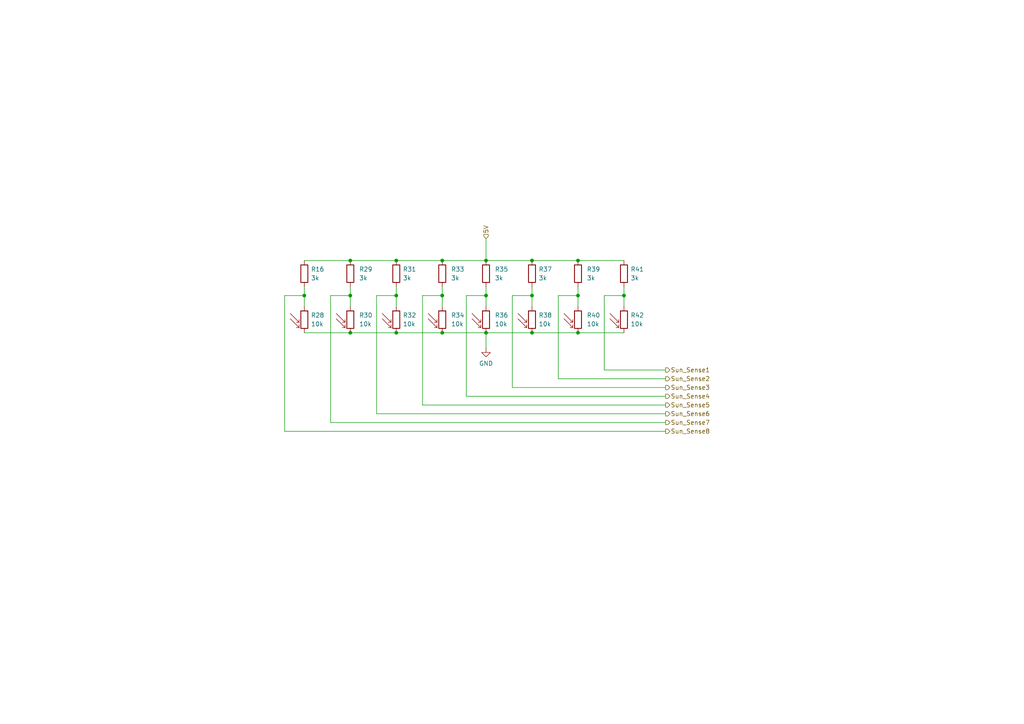
<source format=kicad_sch>
(kicad_sch (version 20230121) (generator eeschema)
  (paper "A4")
  (lib_symbols
    (symbol "Device:R" (pin_numbers hide) (pin_names (offset 0))
      (property "Reference" "R" (at 2.032 0 90))
      (property "Value" "R" (at 0 0 90))
      (symbol "R_0_1"
        (rectangle (start -1.016 -2.54) (end 1.016 2.54) (stroke (width 0.254)))
      )
      (symbol "R_1_1"
        (pin passive line (at 0 3.81 270) (length 1.27) (name "~") (number "1"))
        (pin passive line (at 0 -3.81 90) (length 1.27) (name "~") (number "2"))
      )
    )
    (symbol "Device:R_Photo" (pin_numbers hide) (pin_names (offset 0))
      (property "Reference" "R" (at 1.27 1.27 0))
      (property "Value" "R_Photo" (at 1.27 0 0))
      (symbol "R_Photo_0_1"
        (rectangle (start -1.016 2.54) (end 1.016 -2.54) (stroke (width 0.254)))
        (polyline (pts (xy -1.524 -2.286) (xy -4.064 0.254)))
        (polyline (pts (xy -1.524 -2.286) (xy -2.286 -2.286)))
        (polyline (pts (xy -1.524 -2.286) (xy -1.524 -1.524)))
        (polyline (pts (xy -1.524 -0.762) (xy -4.064 1.778)))
        (polyline (pts (xy -1.524 -0.762) (xy -2.286 -0.762)))
        (polyline (pts (xy -1.524 -0.762) (xy -1.524 0)))
      )
      (symbol "R_Photo_1_1"
        (pin passive line (at 0 3.81 270) (length 1.27) (name "~") (number "1"))
        (pin passive line (at 0 -3.81 90) (length 1.27) (name "~") (number "2"))
      )
    )
    (symbol "power:GND" (power) (pin_names (offset 0))
      (property "Value" "GND" (at 0 -3.81 0))
      (symbol "GND_0_1"
        (polyline (pts (xy 0 0) (xy 0 -1.27) (xy 1.27 -1.27) (xy 0 -2.54) (xy -1.27 -1.27) (xy 0 -1.27)))
      )
      (symbol "GND_1_1"
        (pin power_in line (at 0 0 270) (length 0) hide (name "GND") (number "1"))
      )
    )
  )
  (junction (at 167.64 96.52))
  (junction (at 140.97 96.52))
  (junction (at 114.935 85.725))
  (junction (at 167.64 85.725))
  (junction (at 154.305 96.52))
  (junction (at 180.975 85.725))
  (junction (at 128.27 96.52))
  (junction (at 140.97 75.565))
  (junction (at 114.935 75.565))
  (junction (at 101.6 75.565))
  (junction (at 154.305 85.725))
  (junction (at 114.935 96.52))
  (junction (at 88.265 85.725))
  (junction (at 101.6 85.725))
  (junction (at 128.27 75.565))
  (junction (at 154.305 75.565))
  (junction (at 167.64 75.565))
  (junction (at 101.6 96.52))
  (junction (at 128.27 85.725))
  (junction (at 140.97 85.725))
  (wire (pts (xy 140.97 69.215) (xy 140.97 75.565)))
  (wire (pts (xy 82.55 85.725) (xy 82.55 125.095)))
  (wire (pts (xy 167.64 85.725) (xy 167.64 88.9)))
  (wire (pts (xy 167.64 83.185) (xy 167.64 85.725)))
  (wire (pts (xy 148.59 85.725) (xy 148.59 112.395)))
  (wire (pts (xy 180.975 83.185) (xy 180.975 85.725)))
  (wire (pts (xy 128.27 85.725) (xy 122.555 85.725)))
  (wire (pts (xy 82.55 125.095) (xy 193.04 125.095)))
  (wire (pts (xy 154.305 96.52) (xy 167.64 96.52)))
  (wire (pts (xy 154.305 85.725) (xy 148.59 85.725)))
  (wire (pts (xy 88.265 85.725) (xy 82.55 85.725)))
  (wire (pts (xy 154.305 75.565) (xy 167.64 75.565)))
  (wire (pts (xy 114.935 96.52) (xy 128.27 96.52)))
  (wire (pts (xy 140.97 96.52) (xy 154.305 96.52)))
  (wire (pts (xy 161.925 85.725) (xy 161.925 109.855)))
  (wire (pts (xy 101.6 83.185) (xy 101.6 85.725)))
  (wire (pts (xy 140.97 96.52) (xy 140.97 100.965)))
  (wire (pts (xy 128.27 83.185) (xy 128.27 85.725)))
  (wire (pts (xy 140.97 83.185) (xy 140.97 85.725)))
  (wire (pts (xy 109.22 120.015) (xy 193.04 120.015)))
  (wire (pts (xy 135.255 85.725) (xy 135.255 114.935)))
  (wire (pts (xy 161.925 109.855) (xy 193.04 109.855)))
  (wire (pts (xy 101.6 85.725) (xy 101.6 88.9)))
  (wire (pts (xy 140.97 85.725) (xy 135.255 85.725)))
  (wire (pts (xy 128.27 85.725) (xy 128.27 88.9)))
  (wire (pts (xy 135.255 114.935) (xy 193.04 114.935)))
  (wire (pts (xy 88.265 96.52) (xy 101.6 96.52)))
  (wire (pts (xy 167.64 85.725) (xy 161.925 85.725)))
  (wire (pts (xy 114.935 75.565) (xy 128.27 75.565)))
  (wire (pts (xy 140.97 75.565) (xy 154.305 75.565)))
  (wire (pts (xy 114.935 85.725) (xy 114.935 88.9)))
  (wire (pts (xy 88.265 83.185) (xy 88.265 85.725)))
  (wire (pts (xy 95.885 122.555) (xy 193.04 122.555)))
  (wire (pts (xy 140.97 85.725) (xy 140.97 88.9)))
  (wire (pts (xy 180.975 85.725) (xy 180.975 88.9)))
  (wire (pts (xy 167.64 96.52) (xy 180.975 96.52)))
  (wire (pts (xy 95.885 85.725) (xy 95.885 122.555)))
  (wire (pts (xy 88.265 85.725) (xy 88.265 88.9)))
  (wire (pts (xy 175.26 107.315) (xy 193.04 107.315)))
  (wire (pts (xy 154.305 85.725) (xy 154.305 88.9)))
  (wire (pts (xy 122.555 85.725) (xy 122.555 117.475)))
  (wire (pts (xy 122.555 117.475) (xy 193.04 117.475)))
  (wire (pts (xy 101.6 96.52) (xy 114.935 96.52)))
  (wire (pts (xy 128.27 96.52) (xy 140.97 96.52)))
  (wire (pts (xy 148.59 112.395) (xy 193.04 112.395)))
  (wire (pts (xy 175.26 85.725) (xy 175.26 107.315)))
  (wire (pts (xy 101.6 75.565) (xy 88.265 75.565)))
  (wire (pts (xy 101.6 85.725) (xy 95.885 85.725)))
  (wire (pts (xy 128.27 75.565) (xy 140.97 75.565)))
  (wire (pts (xy 109.22 85.725) (xy 109.22 120.015)))
  (wire (pts (xy 180.975 85.725) (xy 175.26 85.725)))
  (wire (pts (xy 154.305 83.185) (xy 154.305 85.725)))
  (wire (pts (xy 167.64 75.565) (xy 180.975 75.565)))
  (wire (pts (xy 114.935 83.185) (xy 114.935 85.725)))
  (wire (pts (xy 114.935 85.725) (xy 109.22 85.725)))
  (wire (pts (xy 101.6 75.565) (xy 114.935 75.565)))
  (hierarchical_label "Sun_Sense3" (shape output) (at 193.04 112.395 0))
  (hierarchical_label "Sun_Sense2" (shape output) (at 193.04 109.855 0))
  (hierarchical_label "5V" (shape input) (at 140.97 69.215 90))
  (hierarchical_label "Sun_Sense7" (shape output) (at 193.04 122.555 0))
  (hierarchical_label "Sun_Sense4" (shape output) (at 193.04 114.935 0))
  (hierarchical_label "Sun_Sense8" (shape output) (at 193.04 125.095 0))
  (hierarchical_label "Sun_Sense6" (shape output) (at 193.04 120.015 0))
  (hierarchical_label "Sun_Sense1" (shape output) (at 193.04 107.315 0))
  (hierarchical_label "Sun_Sense5" (shape output) (at 193.04 117.475 0))
  (symbol (lib_id "Device:R") (at 154.305 79.375 0) (unit 1)
    (property "Reference" "R37" (at 156.21 78.105 0) (effects (justify left)))
    (property "Value" "3k" (at 156.21 80.645 0) (effects (justify left)))
  )
  (symbol (lib_id "Device:R") (at 114.935 79.375 0) (unit 1)
    (property "Reference" "R31" (at 116.84 78.105 0) (effects (justify left)))
    (property "Value" "3k" (at 116.84 80.645 0) (effects (justify left)))
  )
  (symbol (lib_id "Device:R_Photo") (at 128.27 92.71 0) (unit 1)
    (property "Reference" "R34" (at 130.81 91.44 0) (effects (justify left)))
    (property "Value" "10k" (at 130.81 93.98 0) (effects (justify left)))
  )
  (symbol (lib_id "Device:R_Photo") (at 88.265 92.71 0) (unit 1)
    (property "Reference" "R28" (at 90.17 91.44 0) (effects (justify left)))
    (property "Value" "10k" (at 90.17 93.98 0) (effects (justify left)))
  )
  (symbol (lib_id "Device:R") (at 167.64 79.375 0) (unit 1)
    (property "Reference" "R39" (at 170.18 78.105 0) (effects (justify left)))
    (property "Value" "3k" (at 170.18 80.645 0) (effects (justify left)))
  )
  (symbol (lib_id "Device:R_Photo") (at 101.6 92.71 0) (unit 1)
    (property "Reference" "R30" (at 104.14 91.44 0) (effects (justify left)))
    (property "Value" "10k" (at 104.14 93.98 0) (effects (justify left)))
  )
  (symbol (lib_id "power:GND") (at 140.97 100.965 0) (unit 1)
    (property "Reference" "#PWR09" (effects hide))
    (property "Value" "GND" (at 140.97 105.41 0))
  )
  (symbol (lib_id "Device:R_Photo") (at 180.975 92.71 0) (unit 1)
    (property "Reference" "R42" (at 182.88 91.44 0) (effects (justify left)))
    (property "Value" "10k" (at 182.88 93.98 0) (effects (justify left)))
  )
  (symbol (lib_id "Device:R") (at 128.27 79.375 0) (unit 1)
    (property "Reference" "R33" (at 130.81 78.105 0) (effects (justify left)))
    (property "Value" "3k" (at 130.81 80.645 0) (effects (justify left)))
  )
  (symbol (lib_id "Device:R_Photo") (at 114.935 92.71 0) (unit 1)
    (property "Reference" "R32" (at 116.84 91.44 0) (effects (justify left)))
    (property "Value" "10k" (at 116.84 93.98 0) (effects (justify left)))
  )
  (symbol (lib_id "Device:R") (at 101.6 79.375 0) (unit 1)
    (property "Reference" "R29" (at 104.14 78.105 0) (effects (justify left)))
    (property "Value" "3k" (at 104.14 80.645 0) (effects (justify left)))
  )
  (symbol (lib_id "Device:R_Photo") (at 167.64 92.71 0) (unit 1)
    (property "Reference" "R40" (at 170.18 91.44 0) (effects (justify left)))
    (property "Value" "10k" (at 170.18 93.98 0) (effects (justify left)))
  )
  (symbol (lib_id "Device:R_Photo") (at 140.97 92.71 0) (unit 1)
    (property "Reference" "R36" (at 143.51 91.44 0) (effects (justify left)))
    (property "Value" "10k" (at 143.51 93.98 0) (effects (justify left)))
  )
  (symbol (lib_id "Device:R_Photo") (at 154.305 92.71 0) (unit 1)
    (property "Reference" "R38" (at 156.21 91.44 0) (effects (justify left)))
    (property "Value" "10k" (at 156.21 93.98 0) (effects (justify left)))
  )
  (symbol (lib_id "Device:R") (at 140.97 79.375 0) (unit 1)
    (property "Reference" "R35" (at 143.51 78.105 0) (effects (justify left)))
    (property "Value" "3k" (at 143.51 80.645 0) (effects (justify left)))
  )
  (symbol (lib_id "Device:R") (at 180.975 79.375 0) (unit 1)
    (property "Reference" "R41" (at 182.88 78.105 0) (effects (justify left)))
    (property "Value" "3k" (at 182.88 80.645 0) (effects (justify left)))
  )
  (symbol (lib_id "Device:R") (at 88.265 79.375 0) (unit 1)
    (property "Reference" "R16" (at 90.17 78.105 0) (effects (justify left)))
    (property "Value" "3k" (at 90.17 80.645 0) (effects (justify left)))
  )
)
</source>
